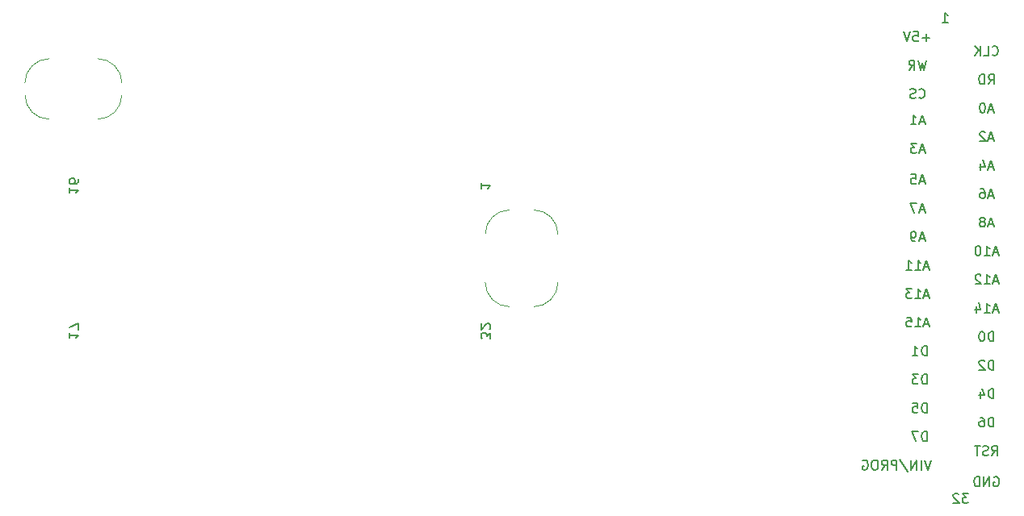
<source format=gbr>
%TF.GenerationSoftware,KiCad,Pcbnew,(5.1.7)-1*%
%TF.CreationDate,2022-07-04T22:32:29-03:00*%
%TF.ProjectId,progshield,70726f67-7368-4696-956c-642e6b696361,rev?*%
%TF.SameCoordinates,Original*%
%TF.FileFunction,Legend,Bot*%
%TF.FilePolarity,Positive*%
%FSLAX46Y46*%
G04 Gerber Fmt 4.6, Leading zero omitted, Abs format (unit mm)*
G04 Created by KiCad (PCBNEW (5.1.7)-1) date 2022-07-04 22:32:29*
%MOMM*%
%LPD*%
G01*
G04 APERTURE LIST*
%ADD10C,0.150000*%
%ADD11C,0.120000*%
G04 APERTURE END LIST*
D10*
X47807619Y-56070476D02*
X47807619Y-56641904D01*
X47807619Y-56356190D02*
X48807619Y-56356190D01*
X48664761Y-56451428D01*
X48569523Y-56546666D01*
X48521904Y-56641904D01*
X48807619Y-55213333D02*
X48807619Y-55403809D01*
X48760000Y-55499047D01*
X48712380Y-55546666D01*
X48569523Y-55641904D01*
X48379047Y-55689523D01*
X47998095Y-55689523D01*
X47902857Y-55641904D01*
X47855238Y-55594285D01*
X47807619Y-55499047D01*
X47807619Y-55308571D01*
X47855238Y-55213333D01*
X47902857Y-55165714D01*
X47998095Y-55118095D01*
X48236190Y-55118095D01*
X48331428Y-55165714D01*
X48379047Y-55213333D01*
X48426666Y-55308571D01*
X48426666Y-55499047D01*
X48379047Y-55594285D01*
X48331428Y-55641904D01*
X48236190Y-55689523D01*
X47807619Y-71310476D02*
X47807619Y-71881904D01*
X47807619Y-71596190D02*
X48807619Y-71596190D01*
X48664761Y-71691428D01*
X48569523Y-71786666D01*
X48521904Y-71881904D01*
X48807619Y-70977142D02*
X48807619Y-70310476D01*
X47807619Y-70739047D01*
X91987619Y-71929523D02*
X91987619Y-71310476D01*
X91606666Y-71643809D01*
X91606666Y-71500952D01*
X91559047Y-71405714D01*
X91511428Y-71358095D01*
X91416190Y-71310476D01*
X91178095Y-71310476D01*
X91082857Y-71358095D01*
X91035238Y-71405714D01*
X90987619Y-71500952D01*
X90987619Y-71786666D01*
X91035238Y-71881904D01*
X91082857Y-71929523D01*
X91892380Y-70929523D02*
X91940000Y-70881904D01*
X91987619Y-70786666D01*
X91987619Y-70548571D01*
X91940000Y-70453333D01*
X91892380Y-70405714D01*
X91797142Y-70358095D01*
X91701904Y-70358095D01*
X91559047Y-70405714D01*
X90987619Y-70977142D01*
X90987619Y-70358095D01*
X90987619Y-55594285D02*
X90987619Y-56165714D01*
X90987619Y-55880000D02*
X91987619Y-55880000D01*
X91844761Y-55975238D01*
X91749523Y-56070476D01*
X91701904Y-56165714D01*
D11*
X45720000Y-48895000D02*
G75*
G02*
X43180000Y-46355000I0J2540000D01*
G01*
X43180000Y-45085000D02*
G75*
G02*
X45720000Y-42545000I2540000J0D01*
G01*
X50800000Y-42545000D02*
G75*
G02*
X53340000Y-45085000I0J-2540000D01*
G01*
X53340000Y-46355000D02*
G75*
G02*
X50800000Y-48895000I-2540000J0D01*
G01*
D10*
X144761904Y-86500000D02*
X144857142Y-86452380D01*
X145000000Y-86452380D01*
X145142857Y-86500000D01*
X145238095Y-86595238D01*
X145285714Y-86690476D01*
X145333333Y-86880952D01*
X145333333Y-87023809D01*
X145285714Y-87214285D01*
X145238095Y-87309523D01*
X145142857Y-87404761D01*
X145000000Y-87452380D01*
X144904761Y-87452380D01*
X144761904Y-87404761D01*
X144714285Y-87357142D01*
X144714285Y-87023809D01*
X144904761Y-87023809D01*
X144285714Y-87452380D02*
X144285714Y-86452380D01*
X143714285Y-87452380D01*
X143714285Y-86452380D01*
X143238095Y-87452380D02*
X143238095Y-86452380D01*
X143000000Y-86452380D01*
X142857142Y-86500000D01*
X142761904Y-86595238D01*
X142714285Y-86690476D01*
X142666666Y-86880952D01*
X142666666Y-87023809D01*
X142714285Y-87214285D01*
X142761904Y-87309523D01*
X142857142Y-87404761D01*
X143000000Y-87452380D01*
X143238095Y-87452380D01*
X138142857Y-84702380D02*
X137809523Y-85702380D01*
X137476190Y-84702380D01*
X137142857Y-85702380D02*
X137142857Y-84702380D01*
X136666666Y-85702380D02*
X136666666Y-84702380D01*
X136095238Y-85702380D01*
X136095238Y-84702380D01*
X134904761Y-84654761D02*
X135761904Y-85940476D01*
X134571428Y-85702380D02*
X134571428Y-84702380D01*
X134190476Y-84702380D01*
X134095238Y-84750000D01*
X134047619Y-84797619D01*
X134000000Y-84892857D01*
X134000000Y-85035714D01*
X134047619Y-85130952D01*
X134095238Y-85178571D01*
X134190476Y-85226190D01*
X134571428Y-85226190D01*
X133000000Y-85702380D02*
X133333333Y-85226190D01*
X133571428Y-85702380D02*
X133571428Y-84702380D01*
X133190476Y-84702380D01*
X133095238Y-84750000D01*
X133047619Y-84797619D01*
X133000000Y-84892857D01*
X133000000Y-85035714D01*
X133047619Y-85130952D01*
X133095238Y-85178571D01*
X133190476Y-85226190D01*
X133571428Y-85226190D01*
X132380952Y-84702380D02*
X132190476Y-84702380D01*
X132095238Y-84750000D01*
X132000000Y-84845238D01*
X131952380Y-85035714D01*
X131952380Y-85369047D01*
X132000000Y-85559523D01*
X132095238Y-85654761D01*
X132190476Y-85702380D01*
X132380952Y-85702380D01*
X132476190Y-85654761D01*
X132571428Y-85559523D01*
X132619047Y-85369047D01*
X132619047Y-85035714D01*
X132571428Y-84845238D01*
X132476190Y-84750000D01*
X132380952Y-84702380D01*
X131000000Y-84750000D02*
X131095238Y-84702380D01*
X131238095Y-84702380D01*
X131380952Y-84750000D01*
X131476190Y-84845238D01*
X131523809Y-84940476D01*
X131571428Y-85130952D01*
X131571428Y-85273809D01*
X131523809Y-85464285D01*
X131476190Y-85559523D01*
X131380952Y-85654761D01*
X131238095Y-85702380D01*
X131142857Y-85702380D01*
X131000000Y-85654761D01*
X130952380Y-85607142D01*
X130952380Y-85273809D01*
X131142857Y-85273809D01*
X144547619Y-84202380D02*
X144880952Y-83726190D01*
X145119047Y-84202380D02*
X145119047Y-83202380D01*
X144738095Y-83202380D01*
X144642857Y-83250000D01*
X144595238Y-83297619D01*
X144547619Y-83392857D01*
X144547619Y-83535714D01*
X144595238Y-83630952D01*
X144642857Y-83678571D01*
X144738095Y-83726190D01*
X145119047Y-83726190D01*
X144166666Y-84154761D02*
X144023809Y-84202380D01*
X143785714Y-84202380D01*
X143690476Y-84154761D01*
X143642857Y-84107142D01*
X143595238Y-84011904D01*
X143595238Y-83916666D01*
X143642857Y-83821428D01*
X143690476Y-83773809D01*
X143785714Y-83726190D01*
X143976190Y-83678571D01*
X144071428Y-83630952D01*
X144119047Y-83583333D01*
X144166666Y-83488095D01*
X144166666Y-83392857D01*
X144119047Y-83297619D01*
X144071428Y-83250000D01*
X143976190Y-83202380D01*
X143738095Y-83202380D01*
X143595238Y-83250000D01*
X143309523Y-83202380D02*
X142738095Y-83202380D01*
X143023809Y-84202380D02*
X143023809Y-83202380D01*
X137738095Y-82702380D02*
X137738095Y-81702380D01*
X137500000Y-81702380D01*
X137357142Y-81750000D01*
X137261904Y-81845238D01*
X137214285Y-81940476D01*
X137166666Y-82130952D01*
X137166666Y-82273809D01*
X137214285Y-82464285D01*
X137261904Y-82559523D01*
X137357142Y-82654761D01*
X137500000Y-82702380D01*
X137738095Y-82702380D01*
X136833333Y-81702380D02*
X136166666Y-81702380D01*
X136595238Y-82702380D01*
X144738095Y-81202380D02*
X144738095Y-80202380D01*
X144500000Y-80202380D01*
X144357142Y-80250000D01*
X144261904Y-80345238D01*
X144214285Y-80440476D01*
X144166666Y-80630952D01*
X144166666Y-80773809D01*
X144214285Y-80964285D01*
X144261904Y-81059523D01*
X144357142Y-81154761D01*
X144500000Y-81202380D01*
X144738095Y-81202380D01*
X143309523Y-80202380D02*
X143500000Y-80202380D01*
X143595238Y-80250000D01*
X143642857Y-80297619D01*
X143738095Y-80440476D01*
X143785714Y-80630952D01*
X143785714Y-81011904D01*
X143738095Y-81107142D01*
X143690476Y-81154761D01*
X143595238Y-81202380D01*
X143404761Y-81202380D01*
X143309523Y-81154761D01*
X143261904Y-81107142D01*
X143214285Y-81011904D01*
X143214285Y-80773809D01*
X143261904Y-80678571D01*
X143309523Y-80630952D01*
X143404761Y-80583333D01*
X143595238Y-80583333D01*
X143690476Y-80630952D01*
X143738095Y-80678571D01*
X143785714Y-80773809D01*
X137738095Y-79702380D02*
X137738095Y-78702380D01*
X137500000Y-78702380D01*
X137357142Y-78750000D01*
X137261904Y-78845238D01*
X137214285Y-78940476D01*
X137166666Y-79130952D01*
X137166666Y-79273809D01*
X137214285Y-79464285D01*
X137261904Y-79559523D01*
X137357142Y-79654761D01*
X137500000Y-79702380D01*
X137738095Y-79702380D01*
X136261904Y-78702380D02*
X136738095Y-78702380D01*
X136785714Y-79178571D01*
X136738095Y-79130952D01*
X136642857Y-79083333D01*
X136404761Y-79083333D01*
X136309523Y-79130952D01*
X136261904Y-79178571D01*
X136214285Y-79273809D01*
X136214285Y-79511904D01*
X136261904Y-79607142D01*
X136309523Y-79654761D01*
X136404761Y-79702380D01*
X136642857Y-79702380D01*
X136738095Y-79654761D01*
X136785714Y-79607142D01*
X144738095Y-78202380D02*
X144738095Y-77202380D01*
X144500000Y-77202380D01*
X144357142Y-77250000D01*
X144261904Y-77345238D01*
X144214285Y-77440476D01*
X144166666Y-77630952D01*
X144166666Y-77773809D01*
X144214285Y-77964285D01*
X144261904Y-78059523D01*
X144357142Y-78154761D01*
X144500000Y-78202380D01*
X144738095Y-78202380D01*
X143309523Y-77535714D02*
X143309523Y-78202380D01*
X143547619Y-77154761D02*
X143785714Y-77869047D01*
X143166666Y-77869047D01*
X137738095Y-76702380D02*
X137738095Y-75702380D01*
X137500000Y-75702380D01*
X137357142Y-75750000D01*
X137261904Y-75845238D01*
X137214285Y-75940476D01*
X137166666Y-76130952D01*
X137166666Y-76273809D01*
X137214285Y-76464285D01*
X137261904Y-76559523D01*
X137357142Y-76654761D01*
X137500000Y-76702380D01*
X137738095Y-76702380D01*
X136833333Y-75702380D02*
X136214285Y-75702380D01*
X136547619Y-76083333D01*
X136404761Y-76083333D01*
X136309523Y-76130952D01*
X136261904Y-76178571D01*
X136214285Y-76273809D01*
X136214285Y-76511904D01*
X136261904Y-76607142D01*
X136309523Y-76654761D01*
X136404761Y-76702380D01*
X136690476Y-76702380D01*
X136785714Y-76654761D01*
X136833333Y-76607142D01*
X144738095Y-75202380D02*
X144738095Y-74202380D01*
X144500000Y-74202380D01*
X144357142Y-74250000D01*
X144261904Y-74345238D01*
X144214285Y-74440476D01*
X144166666Y-74630952D01*
X144166666Y-74773809D01*
X144214285Y-74964285D01*
X144261904Y-75059523D01*
X144357142Y-75154761D01*
X144500000Y-75202380D01*
X144738095Y-75202380D01*
X143785714Y-74297619D02*
X143738095Y-74250000D01*
X143642857Y-74202380D01*
X143404761Y-74202380D01*
X143309523Y-74250000D01*
X143261904Y-74297619D01*
X143214285Y-74392857D01*
X143214285Y-74488095D01*
X143261904Y-74630952D01*
X143833333Y-75202380D01*
X143214285Y-75202380D01*
X137738095Y-73702380D02*
X137738095Y-72702380D01*
X137500000Y-72702380D01*
X137357142Y-72750000D01*
X137261904Y-72845238D01*
X137214285Y-72940476D01*
X137166666Y-73130952D01*
X137166666Y-73273809D01*
X137214285Y-73464285D01*
X137261904Y-73559523D01*
X137357142Y-73654761D01*
X137500000Y-73702380D01*
X137738095Y-73702380D01*
X136214285Y-73702380D02*
X136785714Y-73702380D01*
X136500000Y-73702380D02*
X136500000Y-72702380D01*
X136595238Y-72845238D01*
X136690476Y-72940476D01*
X136785714Y-72988095D01*
X144738095Y-72202380D02*
X144738095Y-71202380D01*
X144500000Y-71202380D01*
X144357142Y-71250000D01*
X144261904Y-71345238D01*
X144214285Y-71440476D01*
X144166666Y-71630952D01*
X144166666Y-71773809D01*
X144214285Y-71964285D01*
X144261904Y-72059523D01*
X144357142Y-72154761D01*
X144500000Y-72202380D01*
X144738095Y-72202380D01*
X143547619Y-71202380D02*
X143452380Y-71202380D01*
X143357142Y-71250000D01*
X143309523Y-71297619D01*
X143261904Y-71392857D01*
X143214285Y-71583333D01*
X143214285Y-71821428D01*
X143261904Y-72011904D01*
X143309523Y-72107142D01*
X143357142Y-72154761D01*
X143452380Y-72202380D01*
X143547619Y-72202380D01*
X143642857Y-72154761D01*
X143690476Y-72107142D01*
X143738095Y-72011904D01*
X143785714Y-71821428D01*
X143785714Y-71583333D01*
X143738095Y-71392857D01*
X143690476Y-71297619D01*
X143642857Y-71250000D01*
X143547619Y-71202380D01*
X137940476Y-70416666D02*
X137464285Y-70416666D01*
X138035714Y-70702380D02*
X137702380Y-69702380D01*
X137369047Y-70702380D01*
X136511904Y-70702380D02*
X137083333Y-70702380D01*
X136797619Y-70702380D02*
X136797619Y-69702380D01*
X136892857Y-69845238D01*
X136988095Y-69940476D01*
X137083333Y-69988095D01*
X135607142Y-69702380D02*
X136083333Y-69702380D01*
X136130952Y-70178571D01*
X136083333Y-70130952D01*
X135988095Y-70083333D01*
X135750000Y-70083333D01*
X135654761Y-70130952D01*
X135607142Y-70178571D01*
X135559523Y-70273809D01*
X135559523Y-70511904D01*
X135607142Y-70607142D01*
X135654761Y-70654761D01*
X135750000Y-70702380D01*
X135988095Y-70702380D01*
X136083333Y-70654761D01*
X136130952Y-70607142D01*
X145190476Y-68916666D02*
X144714285Y-68916666D01*
X145285714Y-69202380D02*
X144952380Y-68202380D01*
X144619047Y-69202380D01*
X143761904Y-69202380D02*
X144333333Y-69202380D01*
X144047619Y-69202380D02*
X144047619Y-68202380D01*
X144142857Y-68345238D01*
X144238095Y-68440476D01*
X144333333Y-68488095D01*
X142904761Y-68535714D02*
X142904761Y-69202380D01*
X143142857Y-68154761D02*
X143380952Y-68869047D01*
X142761904Y-68869047D01*
X137940476Y-67416666D02*
X137464285Y-67416666D01*
X138035714Y-67702380D02*
X137702380Y-66702380D01*
X137369047Y-67702380D01*
X136511904Y-67702380D02*
X137083333Y-67702380D01*
X136797619Y-67702380D02*
X136797619Y-66702380D01*
X136892857Y-66845238D01*
X136988095Y-66940476D01*
X137083333Y-66988095D01*
X136178571Y-66702380D02*
X135559523Y-66702380D01*
X135892857Y-67083333D01*
X135750000Y-67083333D01*
X135654761Y-67130952D01*
X135607142Y-67178571D01*
X135559523Y-67273809D01*
X135559523Y-67511904D01*
X135607142Y-67607142D01*
X135654761Y-67654761D01*
X135750000Y-67702380D01*
X136035714Y-67702380D01*
X136130952Y-67654761D01*
X136178571Y-67607142D01*
X145190476Y-65916666D02*
X144714285Y-65916666D01*
X145285714Y-66202380D02*
X144952380Y-65202380D01*
X144619047Y-66202380D01*
X143761904Y-66202380D02*
X144333333Y-66202380D01*
X144047619Y-66202380D02*
X144047619Y-65202380D01*
X144142857Y-65345238D01*
X144238095Y-65440476D01*
X144333333Y-65488095D01*
X143380952Y-65297619D02*
X143333333Y-65250000D01*
X143238095Y-65202380D01*
X143000000Y-65202380D01*
X142904761Y-65250000D01*
X142857142Y-65297619D01*
X142809523Y-65392857D01*
X142809523Y-65488095D01*
X142857142Y-65630952D01*
X143428571Y-66202380D01*
X142809523Y-66202380D01*
X137940476Y-64416666D02*
X137464285Y-64416666D01*
X138035714Y-64702380D02*
X137702380Y-63702380D01*
X137369047Y-64702380D01*
X136511904Y-64702380D02*
X137083333Y-64702380D01*
X136797619Y-64702380D02*
X136797619Y-63702380D01*
X136892857Y-63845238D01*
X136988095Y-63940476D01*
X137083333Y-63988095D01*
X135559523Y-64702380D02*
X136130952Y-64702380D01*
X135845238Y-64702380D02*
X135845238Y-63702380D01*
X135940476Y-63845238D01*
X136035714Y-63940476D01*
X136130952Y-63988095D01*
X145190476Y-62916666D02*
X144714285Y-62916666D01*
X145285714Y-63202380D02*
X144952380Y-62202380D01*
X144619047Y-63202380D01*
X143761904Y-63202380D02*
X144333333Y-63202380D01*
X144047619Y-63202380D02*
X144047619Y-62202380D01*
X144142857Y-62345238D01*
X144238095Y-62440476D01*
X144333333Y-62488095D01*
X143142857Y-62202380D02*
X143047619Y-62202380D01*
X142952380Y-62250000D01*
X142904761Y-62297619D01*
X142857142Y-62392857D01*
X142809523Y-62583333D01*
X142809523Y-62821428D01*
X142857142Y-63011904D01*
X142904761Y-63107142D01*
X142952380Y-63154761D01*
X143047619Y-63202380D01*
X143142857Y-63202380D01*
X143238095Y-63154761D01*
X143285714Y-63107142D01*
X143333333Y-63011904D01*
X143380952Y-62821428D01*
X143380952Y-62583333D01*
X143333333Y-62392857D01*
X143285714Y-62297619D01*
X143238095Y-62250000D01*
X143142857Y-62202380D01*
X137464285Y-61416666D02*
X136988095Y-61416666D01*
X137559523Y-61702380D02*
X137226190Y-60702380D01*
X136892857Y-61702380D01*
X136511904Y-61702380D02*
X136321428Y-61702380D01*
X136226190Y-61654761D01*
X136178571Y-61607142D01*
X136083333Y-61464285D01*
X136035714Y-61273809D01*
X136035714Y-60892857D01*
X136083333Y-60797619D01*
X136130952Y-60750000D01*
X136226190Y-60702380D01*
X136416666Y-60702380D01*
X136511904Y-60750000D01*
X136559523Y-60797619D01*
X136607142Y-60892857D01*
X136607142Y-61130952D01*
X136559523Y-61226190D01*
X136511904Y-61273809D01*
X136416666Y-61321428D01*
X136226190Y-61321428D01*
X136130952Y-61273809D01*
X136083333Y-61226190D01*
X136035714Y-61130952D01*
X144714285Y-59916666D02*
X144238095Y-59916666D01*
X144809523Y-60202380D02*
X144476190Y-59202380D01*
X144142857Y-60202380D01*
X143666666Y-59630952D02*
X143761904Y-59583333D01*
X143809523Y-59535714D01*
X143857142Y-59440476D01*
X143857142Y-59392857D01*
X143809523Y-59297619D01*
X143761904Y-59250000D01*
X143666666Y-59202380D01*
X143476190Y-59202380D01*
X143380952Y-59250000D01*
X143333333Y-59297619D01*
X143285714Y-59392857D01*
X143285714Y-59440476D01*
X143333333Y-59535714D01*
X143380952Y-59583333D01*
X143476190Y-59630952D01*
X143666666Y-59630952D01*
X143761904Y-59678571D01*
X143809523Y-59726190D01*
X143857142Y-59821428D01*
X143857142Y-60011904D01*
X143809523Y-60107142D01*
X143761904Y-60154761D01*
X143666666Y-60202380D01*
X143476190Y-60202380D01*
X143380952Y-60154761D01*
X143333333Y-60107142D01*
X143285714Y-60011904D01*
X143285714Y-59821428D01*
X143333333Y-59726190D01*
X143380952Y-59678571D01*
X143476190Y-59630952D01*
X137464285Y-58416666D02*
X136988095Y-58416666D01*
X137559523Y-58702380D02*
X137226190Y-57702380D01*
X136892857Y-58702380D01*
X136654761Y-57702380D02*
X135988095Y-57702380D01*
X136416666Y-58702380D01*
X144714285Y-56916666D02*
X144238095Y-56916666D01*
X144809523Y-57202380D02*
X144476190Y-56202380D01*
X144142857Y-57202380D01*
X143380952Y-56202380D02*
X143571428Y-56202380D01*
X143666666Y-56250000D01*
X143714285Y-56297619D01*
X143809523Y-56440476D01*
X143857142Y-56630952D01*
X143857142Y-57011904D01*
X143809523Y-57107142D01*
X143761904Y-57154761D01*
X143666666Y-57202380D01*
X143476190Y-57202380D01*
X143380952Y-57154761D01*
X143333333Y-57107142D01*
X143285714Y-57011904D01*
X143285714Y-56773809D01*
X143333333Y-56678571D01*
X143380952Y-56630952D01*
X143476190Y-56583333D01*
X143666666Y-56583333D01*
X143761904Y-56630952D01*
X143809523Y-56678571D01*
X143857142Y-56773809D01*
X137464285Y-55416666D02*
X136988095Y-55416666D01*
X137559523Y-55702380D02*
X137226190Y-54702380D01*
X136892857Y-55702380D01*
X136083333Y-54702380D02*
X136559523Y-54702380D01*
X136607142Y-55178571D01*
X136559523Y-55130952D01*
X136464285Y-55083333D01*
X136226190Y-55083333D01*
X136130952Y-55130952D01*
X136083333Y-55178571D01*
X136035714Y-55273809D01*
X136035714Y-55511904D01*
X136083333Y-55607142D01*
X136130952Y-55654761D01*
X136226190Y-55702380D01*
X136464285Y-55702380D01*
X136559523Y-55654761D01*
X136607142Y-55607142D01*
X144714285Y-53916666D02*
X144238095Y-53916666D01*
X144809523Y-54202380D02*
X144476190Y-53202380D01*
X144142857Y-54202380D01*
X143380952Y-53535714D02*
X143380952Y-54202380D01*
X143619047Y-53154761D02*
X143857142Y-53869047D01*
X143238095Y-53869047D01*
X137464285Y-52166666D02*
X136988095Y-52166666D01*
X137559523Y-52452380D02*
X137226190Y-51452380D01*
X136892857Y-52452380D01*
X136654761Y-51452380D02*
X136035714Y-51452380D01*
X136369047Y-51833333D01*
X136226190Y-51833333D01*
X136130952Y-51880952D01*
X136083333Y-51928571D01*
X136035714Y-52023809D01*
X136035714Y-52261904D01*
X136083333Y-52357142D01*
X136130952Y-52404761D01*
X136226190Y-52452380D01*
X136511904Y-52452380D01*
X136607142Y-52404761D01*
X136654761Y-52357142D01*
X144714285Y-50916666D02*
X144238095Y-50916666D01*
X144809523Y-51202380D02*
X144476190Y-50202380D01*
X144142857Y-51202380D01*
X143857142Y-50297619D02*
X143809523Y-50250000D01*
X143714285Y-50202380D01*
X143476190Y-50202380D01*
X143380952Y-50250000D01*
X143333333Y-50297619D01*
X143285714Y-50392857D01*
X143285714Y-50488095D01*
X143333333Y-50630952D01*
X143904761Y-51202380D01*
X143285714Y-51202380D01*
X137464285Y-49166666D02*
X136988095Y-49166666D01*
X137559523Y-49452380D02*
X137226190Y-48452380D01*
X136892857Y-49452380D01*
X136035714Y-49452380D02*
X136607142Y-49452380D01*
X136321428Y-49452380D02*
X136321428Y-48452380D01*
X136416666Y-48595238D01*
X136511904Y-48690476D01*
X136607142Y-48738095D01*
X144714285Y-47916666D02*
X144238095Y-47916666D01*
X144809523Y-48202380D02*
X144476190Y-47202380D01*
X144142857Y-48202380D01*
X143619047Y-47202380D02*
X143523809Y-47202380D01*
X143428571Y-47250000D01*
X143380952Y-47297619D01*
X143333333Y-47392857D01*
X143285714Y-47583333D01*
X143285714Y-47821428D01*
X143333333Y-48011904D01*
X143380952Y-48107142D01*
X143428571Y-48154761D01*
X143523809Y-48202380D01*
X143619047Y-48202380D01*
X143714285Y-48154761D01*
X143761904Y-48107142D01*
X143809523Y-48011904D01*
X143857142Y-47821428D01*
X143857142Y-47583333D01*
X143809523Y-47392857D01*
X143761904Y-47297619D01*
X143714285Y-47250000D01*
X143619047Y-47202380D01*
X136916666Y-46607142D02*
X136964285Y-46654761D01*
X137107142Y-46702380D01*
X137202380Y-46702380D01*
X137345238Y-46654761D01*
X137440476Y-46559523D01*
X137488095Y-46464285D01*
X137535714Y-46273809D01*
X137535714Y-46130952D01*
X137488095Y-45940476D01*
X137440476Y-45845238D01*
X137345238Y-45750000D01*
X137202380Y-45702380D01*
X137107142Y-45702380D01*
X136964285Y-45750000D01*
X136916666Y-45797619D01*
X136535714Y-46654761D02*
X136392857Y-46702380D01*
X136154761Y-46702380D01*
X136059523Y-46654761D01*
X136011904Y-46607142D01*
X135964285Y-46511904D01*
X135964285Y-46416666D01*
X136011904Y-46321428D01*
X136059523Y-46273809D01*
X136154761Y-46226190D01*
X136345238Y-46178571D01*
X136440476Y-46130952D01*
X136488095Y-46083333D01*
X136535714Y-45988095D01*
X136535714Y-45892857D01*
X136488095Y-45797619D01*
X136440476Y-45750000D01*
X136345238Y-45702380D01*
X136107142Y-45702380D01*
X135964285Y-45750000D01*
X144190476Y-45202380D02*
X144523809Y-44726190D01*
X144761904Y-45202380D02*
X144761904Y-44202380D01*
X144380952Y-44202380D01*
X144285714Y-44250000D01*
X144238095Y-44297619D01*
X144190476Y-44392857D01*
X144190476Y-44535714D01*
X144238095Y-44630952D01*
X144285714Y-44678571D01*
X144380952Y-44726190D01*
X144761904Y-44726190D01*
X143761904Y-45202380D02*
X143761904Y-44202380D01*
X143523809Y-44202380D01*
X143380952Y-44250000D01*
X143285714Y-44345238D01*
X143238095Y-44440476D01*
X143190476Y-44630952D01*
X143190476Y-44773809D01*
X143238095Y-44964285D01*
X143285714Y-45059523D01*
X143380952Y-45154761D01*
X143523809Y-45202380D01*
X143761904Y-45202380D01*
X137678571Y-42702380D02*
X137440476Y-43702380D01*
X137250000Y-42988095D01*
X137059523Y-43702380D01*
X136821428Y-42702380D01*
X135869047Y-43702380D02*
X136202380Y-43226190D01*
X136440476Y-43702380D02*
X136440476Y-42702380D01*
X136059523Y-42702380D01*
X135964285Y-42750000D01*
X135916666Y-42797619D01*
X135869047Y-42892857D01*
X135869047Y-43035714D01*
X135916666Y-43130952D01*
X135964285Y-43178571D01*
X136059523Y-43226190D01*
X136440476Y-43226190D01*
X144595238Y-42107142D02*
X144642857Y-42154761D01*
X144785714Y-42202380D01*
X144880952Y-42202380D01*
X145023809Y-42154761D01*
X145119047Y-42059523D01*
X145166666Y-41964285D01*
X145214285Y-41773809D01*
X145214285Y-41630952D01*
X145166666Y-41440476D01*
X145119047Y-41345238D01*
X145023809Y-41250000D01*
X144880952Y-41202380D01*
X144785714Y-41202380D01*
X144642857Y-41250000D01*
X144595238Y-41297619D01*
X143690476Y-42202380D02*
X144166666Y-42202380D01*
X144166666Y-41202380D01*
X143357142Y-42202380D02*
X143357142Y-41202380D01*
X142785714Y-42202380D02*
X143214285Y-41630952D01*
X142785714Y-41202380D02*
X143357142Y-41773809D01*
X138035714Y-40321428D02*
X137273809Y-40321428D01*
X137654761Y-40702380D02*
X137654761Y-39940476D01*
X136321428Y-39702380D02*
X136797619Y-39702380D01*
X136845238Y-40178571D01*
X136797619Y-40130952D01*
X136702380Y-40083333D01*
X136464285Y-40083333D01*
X136369047Y-40130952D01*
X136321428Y-40178571D01*
X136273809Y-40273809D01*
X136273809Y-40511904D01*
X136321428Y-40607142D01*
X136369047Y-40654761D01*
X136464285Y-40702380D01*
X136702380Y-40702380D01*
X136797619Y-40654761D01*
X136845238Y-40607142D01*
X135988095Y-39702380D02*
X135654761Y-40702380D01*
X135321428Y-39702380D01*
X139374285Y-38707380D02*
X139945714Y-38707380D01*
X139660000Y-38707380D02*
X139660000Y-37707380D01*
X139755238Y-37850238D01*
X139850476Y-37945476D01*
X139945714Y-37993095D01*
X142069523Y-88197380D02*
X141450476Y-88197380D01*
X141783809Y-88578333D01*
X141640952Y-88578333D01*
X141545714Y-88625952D01*
X141498095Y-88673571D01*
X141450476Y-88768809D01*
X141450476Y-89006904D01*
X141498095Y-89102142D01*
X141545714Y-89149761D01*
X141640952Y-89197380D01*
X141926666Y-89197380D01*
X142021904Y-89149761D01*
X142069523Y-89102142D01*
X141069523Y-88292619D02*
X141021904Y-88245000D01*
X140926666Y-88197380D01*
X140688571Y-88197380D01*
X140593333Y-88245000D01*
X140545714Y-88292619D01*
X140498095Y-88387857D01*
X140498095Y-88483095D01*
X140545714Y-88625952D01*
X141117142Y-89197380D01*
X140498095Y-89197380D01*
D11*
X93980000Y-68580000D02*
G75*
G02*
X91440000Y-66040000I0J2540000D01*
G01*
X99060000Y-66040000D02*
G75*
G02*
X96520000Y-68580000I-2540000J0D01*
G01*
X96520000Y-58420000D02*
G75*
G02*
X99060000Y-60960000I0J-2540000D01*
G01*
X91440000Y-60960000D02*
G75*
G02*
X93980000Y-58420000I2540000J0D01*
G01*
M02*

</source>
